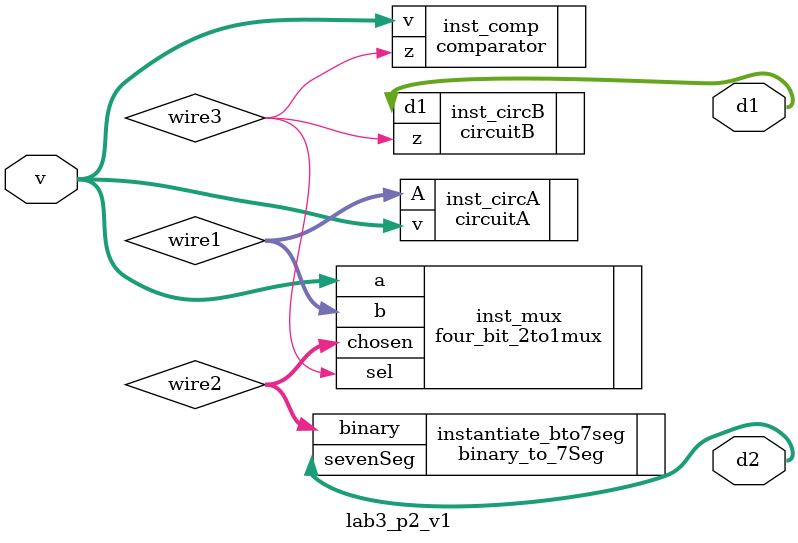
<source format=v>
module lab3_p2_v1 (v, d1, d2);
    input [3:0] v; 
	output [6:0] d1, d2; 
	
	//Add any required intermediate wires here
	wire [3:0] wire1, wire2;
	wire wire3;
	
	circuitA inst_circA(.v(v),.A(wire1));
	comparator inst_comp(.v(v),.z(wire3));
	circuitB inst_circB(.z(wire3),.d1(d1));
	four_bit_2to1mux inst_mux(.sel(wire3),.a(v),.b(wire1),.chosen(wire2));
	binary_to_7Seg instantiate_bto7seg(.binary(wire2),.sevenSeg(d2));
	
endmodule
</source>
